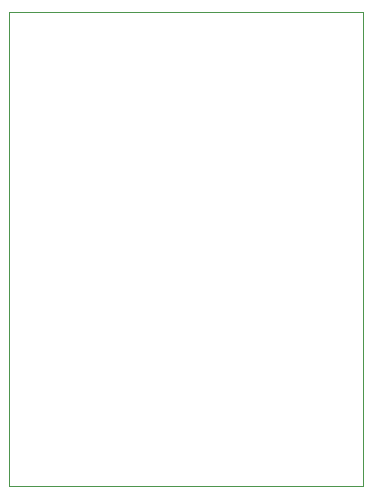
<source format=gbr>
%TF.GenerationSoftware,KiCad,Pcbnew,7.0.7-7.0.7~ubuntu23.04.1*%
%TF.CreationDate,2023-09-11T00:32:31+00:00*%
%TF.ProjectId,USBI2C01,55534249-3243-4303-912e-6b696361645f,I2CUSB01A*%
%TF.SameCoordinates,Original*%
%TF.FileFunction,Profile,NP*%
%FSLAX46Y46*%
G04 Gerber Fmt 4.6, Leading zero omitted, Abs format (unit mm)*
G04 Created by KiCad (PCBNEW 7.0.7-7.0.7~ubuntu23.04.1) date 2023-09-11 00:32:31*
%MOMM*%
%LPD*%
G01*
G04 APERTURE LIST*
%TA.AperFunction,Profile*%
%ADD10C,0.050000*%
%TD*%
G04 APERTURE END LIST*
D10*
X133515100Y-84937600D02*
X133515100Y-125069600D01*
X133515100Y-125069600D02*
X163487100Y-125069600D01*
X163487100Y-125069600D02*
X163487100Y-84937600D01*
X163487100Y-84937600D02*
X133515100Y-84937600D01*
M02*

</source>
